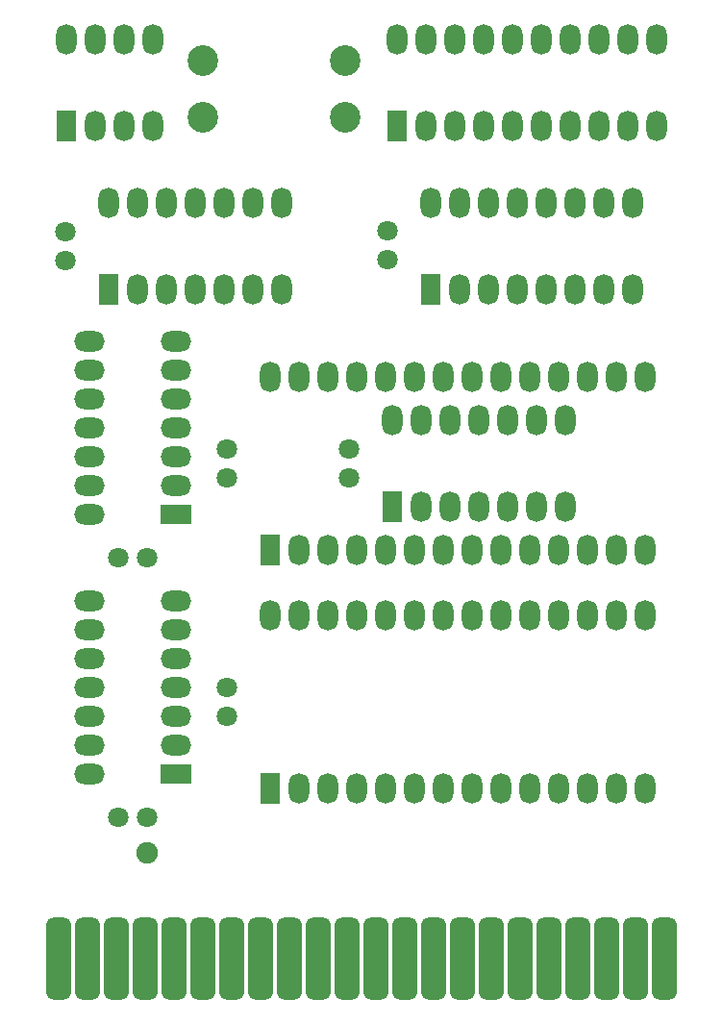
<source format=gbs>
G04*
G04 #@! TF.GenerationSoftware,Altium Limited,Altium Designer,21.0.9 (235)*
G04*
G04 Layer_Color=16711935*
%FSLAX25Y25*%
%MOIN*%
G70*
G04*
G04 #@! TF.SameCoordinates,33DCC083-78A4-4658-BA73-3189C6140954*
G04*
G04*
G04 #@! TF.FilePolarity,Negative*
G04*
G01*
G75*
G04:AMPARAMS|DCode=15|XSize=86.74mil|YSize=283.59mil|CornerRadius=23.68mil|HoleSize=0mil|Usage=FLASHONLY|Rotation=0.000|XOffset=0mil|YOffset=0mil|HoleType=Round|Shape=RoundedRectangle|*
%AMROUNDEDRECTD15*
21,1,0.08674,0.23622,0,0,0.0*
21,1,0.03937,0.28359,0,0,0.0*
1,1,0.04737,0.01968,-0.11811*
1,1,0.04737,-0.01968,-0.11811*
1,1,0.04737,-0.01968,0.11811*
1,1,0.04737,0.01968,0.11811*
%
%ADD15ROUNDEDRECTD15*%
%ADD16C,0.07099*%
%ADD17R,0.07099X0.10642*%
%ADD18O,0.07099X0.10642*%
%ADD19C,0.07493*%
%ADD20R,0.07099X0.10642*%
%ADD21O,0.07099X0.10642*%
%ADD22C,0.10642*%
%ADD23R,0.10642X0.07099*%
%ADD24O,0.10642X0.07099*%
D15*
X29200Y16000D02*
D03*
X19200D02*
D03*
X69200D02*
D03*
X59200D02*
D03*
X49200D02*
D03*
X99200D02*
D03*
X89200D02*
D03*
X129200D02*
D03*
X119200D02*
D03*
X159200D02*
D03*
X149200D02*
D03*
X189200D02*
D03*
X179200D02*
D03*
X219200D02*
D03*
X209200D02*
D03*
X79200D02*
D03*
X39200D02*
D03*
X9200D02*
D03*
X199200D02*
D03*
X169200D02*
D03*
X139200D02*
D03*
X109200D02*
D03*
D16*
X110000Y192500D02*
D03*
Y182500D02*
D03*
X123400Y268100D02*
D03*
Y258100D02*
D03*
X11500Y268000D02*
D03*
Y258000D02*
D03*
X30000Y155000D02*
D03*
X40000D02*
D03*
X67500Y110000D02*
D03*
Y100000D02*
D03*
Y192500D02*
D03*
Y182500D02*
D03*
X30000Y65000D02*
D03*
X40000D02*
D03*
D17*
X82500Y75000D02*
D03*
Y157500D02*
D03*
X26500Y248000D02*
D03*
X138400D02*
D03*
X125000Y172500D02*
D03*
D18*
X92500Y75000D02*
D03*
X102500D02*
D03*
X112500D02*
D03*
X122500D02*
D03*
X132500D02*
D03*
X142500D02*
D03*
X152500D02*
D03*
X162500D02*
D03*
X172500D02*
D03*
X182500D02*
D03*
X192500D02*
D03*
X202500D02*
D03*
X212500D02*
D03*
X82500Y135000D02*
D03*
X92500D02*
D03*
X102500D02*
D03*
X112500D02*
D03*
X122500D02*
D03*
X132500D02*
D03*
X142500D02*
D03*
X152500D02*
D03*
X162500D02*
D03*
X172500D02*
D03*
X182500D02*
D03*
X192500D02*
D03*
X202500D02*
D03*
X212500D02*
D03*
X92500Y157500D02*
D03*
X102500D02*
D03*
X112500D02*
D03*
X122500D02*
D03*
X132500D02*
D03*
X142500D02*
D03*
X152500D02*
D03*
X162500D02*
D03*
X172500D02*
D03*
X182500D02*
D03*
X192500D02*
D03*
X202500D02*
D03*
X212500D02*
D03*
X82500Y217500D02*
D03*
X92500D02*
D03*
X102500D02*
D03*
X112500D02*
D03*
X122500D02*
D03*
X132500D02*
D03*
X142500D02*
D03*
X152500D02*
D03*
X162500D02*
D03*
X172500D02*
D03*
X182500D02*
D03*
X192500D02*
D03*
X202500D02*
D03*
X212500D02*
D03*
X36500Y248000D02*
D03*
X46500D02*
D03*
X56500D02*
D03*
X66500D02*
D03*
X76500D02*
D03*
X86500D02*
D03*
X26500Y278000D02*
D03*
X36500D02*
D03*
X46500D02*
D03*
X56500D02*
D03*
X66500D02*
D03*
X76500D02*
D03*
X86500D02*
D03*
X138400D02*
D03*
X148400D02*
D03*
Y248000D02*
D03*
X158400D02*
D03*
X168400D02*
D03*
X178400D02*
D03*
X188400D02*
D03*
X198400D02*
D03*
X158400Y278000D02*
D03*
X168400D02*
D03*
X178400D02*
D03*
X188400D02*
D03*
X198400D02*
D03*
X208400D02*
D03*
Y248000D02*
D03*
X135000Y172500D02*
D03*
X145000D02*
D03*
X155000D02*
D03*
X165000D02*
D03*
X175000D02*
D03*
X185000D02*
D03*
X125000Y202500D02*
D03*
X135000D02*
D03*
X145000D02*
D03*
X155000D02*
D03*
X165000D02*
D03*
X175000D02*
D03*
X185000D02*
D03*
D19*
X40000Y52500D02*
D03*
D20*
X12000Y304500D02*
D03*
X126500D02*
D03*
D21*
X22000D02*
D03*
X32000D02*
D03*
X42000D02*
D03*
Y334500D02*
D03*
X32000D02*
D03*
X22000D02*
D03*
X12000D02*
D03*
X126500D02*
D03*
X136500D02*
D03*
X146500D02*
D03*
X156500D02*
D03*
X166500D02*
D03*
X176500D02*
D03*
X186500D02*
D03*
X196500D02*
D03*
X206500D02*
D03*
X216500D02*
D03*
Y304500D02*
D03*
X206500D02*
D03*
X196500D02*
D03*
X186500D02*
D03*
X176500D02*
D03*
X166500D02*
D03*
X156500D02*
D03*
X146500D02*
D03*
X136500D02*
D03*
D22*
X108606Y307658D02*
D03*
X59394D02*
D03*
X108606Y327343D02*
D03*
X59394D02*
D03*
D23*
X50000Y170000D02*
D03*
Y80000D02*
D03*
D24*
Y180000D02*
D03*
Y190000D02*
D03*
Y200000D02*
D03*
Y210000D02*
D03*
Y220000D02*
D03*
Y230000D02*
D03*
X20000Y170000D02*
D03*
Y180000D02*
D03*
Y190000D02*
D03*
Y200000D02*
D03*
Y210000D02*
D03*
Y220000D02*
D03*
Y230000D02*
D03*
X50000Y90000D02*
D03*
Y100000D02*
D03*
Y110000D02*
D03*
Y120000D02*
D03*
Y130000D02*
D03*
Y140000D02*
D03*
X20000Y80000D02*
D03*
Y90000D02*
D03*
Y100000D02*
D03*
Y110000D02*
D03*
Y120000D02*
D03*
Y130000D02*
D03*
Y140000D02*
D03*
M02*

</source>
